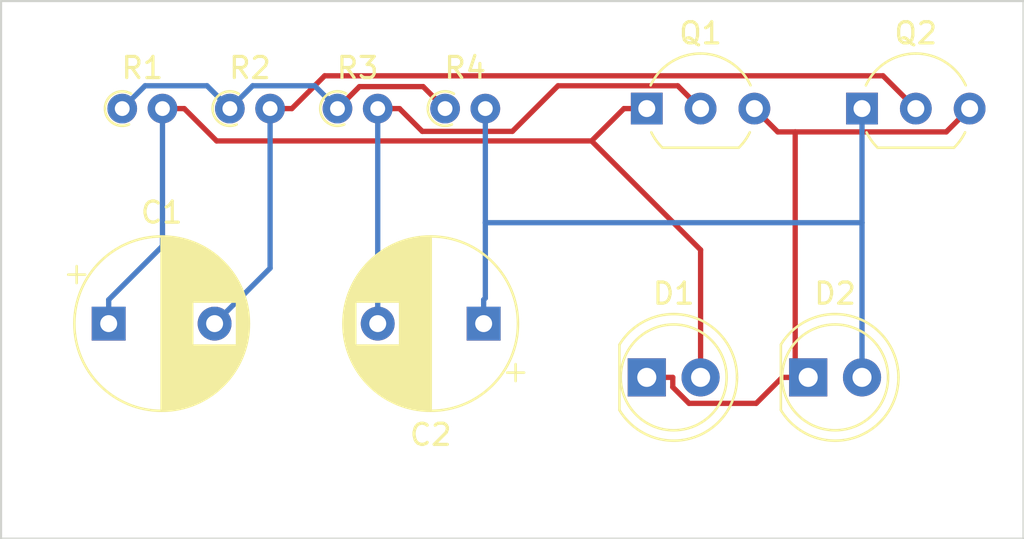
<source format=kicad_pcb>
(kicad_pcb (version 20221018) (generator pcbnew)
  (layers (0 "F.Cu" signal) (31 "B.Cu" signal) (34 "B.Paste" user) (35 "F.Paste" user) (36 "B.SilkS" user "B.Silkscreen") (37 "F.SilkS" user "F.Silkscreen") (38 "B.Mask" user) (39 "F.Mask" user) (44 "Edge.Cuts" user))
  (net 0 "")
  (net 1 "Net-(D1-A)")
  (net 2 "Net-(Q2-B)")
  (net 3 "Net-(D2-A)")
  (net 4 "Net-(Q1-B)")
  (net 5 "GND")
  (net 6 "VCC")
  (footprint "Package_TO_SOT_THT:TO-92_Inline_Wide" (layer "F.Cu") (at 172.72 83.82)
    (fp_text reference "Q1" (at 2.54 -3.56) (layer "F.SilkS"))
    (fp_text value "Q_NPN_CBE")
    (fp_line (start 0.74 1.85) (end 4.34 1.85) (stroke (width 0.12)) (layer "F.SilkS"))
    (fp_arc (start 0.1836 -1.098807) (mid 1.143021 -2.192817) (end 2.54 -2.6) (stroke (width 0.12)) (layer "F.SilkS"))
    (fp_arc (start 0.74 1.85) (mid 0.446097 1.509328) (end 0.215816 1.122795) (stroke (width 0.12)) (layer "F.SilkS"))
    (fp_arc (start 2.54 -2.6) (mid 3.936979 -2.192818) (end 4.8964 -1.098807) (stroke (width 0.12)) (layer "F.SilkS"))
    (fp_arc (start 4.864184 1.122795) (mid 4.633903 1.509328) (end 4.34 1.85) (stroke (width 0.12)) (layer "F.SilkS"))
    (pad "1" thru_hole rect (at 0 0) (size 1.5 1.5) (drill 0.8) (layers "*.Cu" "*.Mask") (net 1 "Net-(D1-A)"))
    (pad "2" thru_hole circle (at 2.54 0) (size 1.5 1.5) (drill 0.8) (layers "*.Cu" "*.Mask") (net 4 "Net-(Q1-B)"))
    (pad "3" thru_hole circle (at 5.08 0) (size 1.5 1.5) (drill 0.8) (layers "*.Cu" "*.Mask") (net 5 "GND"))
  )
  (footprint "LED_THT:LED_D5.0mm" (layer "F.Cu") (at 180.34 96.52)
    (fp_text reference "D2" (at 1.27 -3.96) (layer "F.SilkS"))
    (fp_text value "LED")
    (fp_line (start -1.29 -1.545) (end -1.29 1.545) (stroke (width 0.12)) (layer "F.SilkS"))
    (fp_arc (start -1.29 -1.54483) (mid 2.072002 -2.880433) (end 4.26 0.000462) (stroke (width 0.12)) (layer "F.SilkS"))
    (fp_arc (start 4.26 -0.000462) (mid 2.072002 2.880433) (end -1.29 1.54483) (stroke (width 0.12)) (layer "F.SilkS"))
    (fp_circle (center 1.27 0) (end 3.77 0) (stroke (width 0.12)) (fill none) (layer "F.SilkS"))
    (pad "1" thru_hole rect (at 0 0) (size 1.8 1.8) (drill 0.9) (layers "*.Cu" "*.Mask") (net 5 "GND"))
    (pad "2" thru_hole circle (at 2.54 0) (size 1.8 1.8) (drill 0.9) (layers "*.Cu" "*.Mask") (net 3 "Net-(D2-A)"))
  )
  (footprint "LED_THT:LED_D5.0mm" (layer "F.Cu") (at 172.72 96.52)
    (fp_text reference "D1" (at 1.27 -3.96) (layer "F.SilkS"))
    (fp_text value "LED")
    (fp_line (start -1.29 -1.545) (end -1.29 1.545) (stroke (width 0.12)) (layer "F.SilkS"))
    (fp_arc (start -1.29 -1.54483) (mid 2.072002 -2.880433) (end 4.26 0.000462) (stroke (width 0.12)) (layer "F.SilkS"))
    (fp_arc (start 4.26 -0.000462) (mid 2.072002 2.880433) (end -1.29 1.54483) (stroke (width 0.12)) (layer "F.SilkS"))
    (fp_circle (center 1.27 0) (end 3.77 0) (stroke (width 0.12)) (fill none) (layer "F.SilkS"))
    (pad "1" thru_hole rect (at 0 0) (size 1.8 1.8) (drill 0.9) (layers "*.Cu" "*.Mask") (net 5 "GND"))
    (pad "2" thru_hole circle (at 2.54 0) (size 1.8 1.8) (drill 0.9) (layers "*.Cu" "*.Mask") (net 1 "Net-(D1-A)"))
  )
  (footprint "Package_TO_SOT_THT:TO-92_Inline_Wide" (layer "F.Cu") (at 182.88 83.82)
    (fp_text reference "Q2" (at 2.54 -3.56) (layer "F.SilkS"))
    (fp_text value "Q_NPN_CBE")
    (fp_line (start 0.74 1.85) (end 4.34 1.85) (stroke (width 0.12)) (layer "F.SilkS"))
    (fp_arc (start 0.1836 -1.098807) (mid 1.143021 -2.192817) (end 2.54 -2.6) (stroke (width 0.12)) (layer "F.SilkS"))
    (fp_arc (start 0.74 1.85) (mid 0.446097 1.509328) (end 0.215816 1.122795) (stroke (width 0.12)) (layer "F.SilkS"))
    (fp_arc (start 2.54 -2.6) (mid 3.936979 -2.192818) (end 4.8964 -1.098807) (stroke (width 0.12)) (layer "F.SilkS"))
    (fp_arc (start 4.864184 1.122795) (mid 4.633903 1.509328) (end 4.34 1.85) (stroke (width 0.12)) (layer "F.SilkS"))
    (pad "1" thru_hole rect (at 0 0) (size 1.5 1.5) (drill 0.8) (layers "*.Cu" "*.Mask") (net 3 "Net-(D2-A)"))
    (pad "2" thru_hole circle (at 2.54 0) (size 1.5 1.5) (drill 0.8) (layers "*.Cu" "*.Mask") (net 2 "Net-(Q2-B)"))
    (pad "3" thru_hole circle (at 5.08 0) (size 1.5 1.5) (drill 0.8) (layers "*.Cu" "*.Mask") (net 5 "GND"))
  )
  (footprint "Capacitor_THT:CP_Radial_D8.0mm_P5.00mm" (layer "F.Cu") (at 165.02 93.98 180)
    (fp_text reference "C2" (at 2.5 -5.25) (layer "F.SilkS"))
    (fp_text value "100uF")
    (fp_line (start -1.909698 -2.315) (end -1.109698 -2.315) (stroke (width 0.12)) (layer "F.SilkS"))
    (fp_line (start -1.509698 -2.715) (end -1.509698 -1.915) (stroke (width 0.12)) (layer "F.SilkS"))
    (fp_line (start 2.5 -4.08) (end 2.5 4.08) (stroke (width 0.12)) (layer "F.SilkS"))
    (fp_line (start 2.54 -4.08) (end 2.54 4.08) (stroke (width 0.12)) (layer "F.SilkS"))
    (fp_line (start 2.58 -4.08) (end 2.58 4.08) (stroke (width 0.12)) (layer "F.SilkS"))
    (fp_line (start 2.62 -4.079) (end 2.62 4.079) (stroke (width 0.12)) (layer "F.SilkS"))
    (fp_line (start 2.66 -4.077) (end 2.66 4.077) (stroke (width 0.12)) (layer "F.SilkS"))
    (fp_line (start 2.7 -4.076) (end 2.7 4.076) (stroke (width 0.12)) (layer "F.SilkS"))
    (fp_line (start 2.74 -4.074) (end 2.74 4.074) (stroke (width 0.12)) (layer "F.SilkS"))
    (fp_line (start 2.78 -4.071) (end 2.78 4.071) (stroke (width 0.12)) (layer "F.SilkS"))
    (fp_line (start 2.82 -4.068) (end 2.82 4.068) (stroke (width 0.12)) (layer "F.SilkS"))
    (fp_line (start 2.86 -4.065) (end 2.86 4.065) (stroke (width 0.12)) (layer "F.SilkS"))
    (fp_line (start 2.9 -4.061) (end 2.9 4.061) (stroke (width 0.12)) (layer "F.SilkS"))
    (fp_line (start 2.94 -4.057) (end 2.94 4.057) (stroke (width 0.12)) (layer "F.SilkS"))
    (fp_line (start 2.98 -4.052) (end 2.98 4.052) (stroke (width 0.12)) (layer "F.SilkS"))
    (fp_line (start 3.02 -4.048) (end 3.02 4.048) (stroke (width 0.12)) (layer "F.SilkS"))
    (fp_line (start 3.06 -4.042) (end 3.06 4.042) (stroke (width 0.12)) (layer "F.SilkS"))
    (fp_line (start 3.1 -4.037) (end 3.1 4.037) (stroke (width 0.12)) (layer "F.SilkS"))
    (fp_line (start 3.14 -4.03) (end 3.14 4.03) (stroke (width 0.12)) (layer "F.SilkS"))
    (fp_line (start 3.18 -4.024) (end 3.18 4.024) (stroke (width 0.12)) (layer "F.SilkS"))
    (fp_line (start 3.221 -4.017) (end 3.221 4.017) (stroke (width 0.12)) (layer "F.SilkS"))
    (fp_line (start 3.261 -4.01) (end 3.261 4.01) (stroke (width 0.12)) (layer "F.SilkS"))
    (fp_line (start 3.301 -4.002) (end 3.301 4.002) (stroke (width 0.12)) (layer "F.SilkS"))
    (fp_line (start 3.341 -3.994) (end 3.341 3.994) (stroke (width 0.12)) (layer "F.SilkS"))
    (fp_line (start 3.381 -3.985) (end 3.381 3.985) (stroke (width 0.12)) (layer "F.SilkS"))
    (fp_line (start 3.421 -3.976) (end 3.421 3.976) (stroke (width 0.12)) (layer "F.SilkS"))
    (fp_line (start 3.461 -3.967) (end 3.461 3.967) (stroke (width 0.12)) (layer "F.SilkS"))
    (fp_line (start 3.501 -3.957) (end 3.501 3.957) (stroke (width 0.12)) (layer "F.SilkS"))
    (fp_line (start 3.541 -3.947) (end 3.541 3.947) (stroke (width 0.12)) (layer "F.SilkS"))
    (fp_line (start 3.581 -3.936) (end 3.581 3.936) (stroke (width 0.12)) (layer "F.SilkS"))
    (fp_line (start 3.621 -3.925) (end 3.621 3.925) (stroke (width 0.12)) (layer "F.SilkS"))
    (fp_line (start 3.661 -3.914) (end 3.661 3.914) (stroke (width 0.12)) (layer "F.SilkS"))
    (fp_line (start 3.701 -3.902) (end 3.701 3.902) (stroke (width 0.12)) (layer "F.SilkS"))
    (fp_line (start 3.741 -3.889) (end 3.741 3.889) (stroke (width 0.12)) (layer "F.SilkS"))
    (fp_line (start 3.781 -3.877) (end 3.781 3.877) (stroke (width 0.12)) (layer "F.SilkS"))
    (fp_line (start 3.821 -3.863) (end 3.821 3.863) (stroke (width 0.12)) (layer "F.SilkS"))
    (fp_line (start 3.861 -3.85) (end 3.861 3.85) (stroke (width 0.12)) (layer "F.SilkS"))
    (fp_line (start 3.901 -3.835) (end 3.901 3.835) (stroke (width 0.12)) (layer "F.SilkS"))
    (fp_line (start 3.941 -3.821) (end 3.941 3.821) (stroke (width 0.12)) (layer "F.SilkS"))
    (fp_line (start 3.981 -3.805) (end 3.981 -1.04) (stroke (width 0.12)) (layer "F.SilkS"))
    (fp_line (start 3.981 1.04) (end 3.981 3.805) (stroke (width 0.12)) (layer "F.SilkS"))
    (fp_line (start 4.021 -3.79) (end 4.021 -1.04) (stroke (width 0.12)) (layer "F.SilkS"))
    (fp_line (start 4.021 1.04) (end 4.021 3.79) (stroke (width 0.12)) (layer "F.SilkS"))
    (fp_line (start 4.061 -3.774) (end 4.061 -1.04) (stroke (width 0.12)) (layer "F.SilkS"))
    (fp_line (start 4.061 1.04) (end 4.061 3.774) (stroke (width 0.12)) (layer "F.SilkS"))
    (fp_line (start 4.101 -3.757) (end 4.101 -1.04) (stroke (width 0.12)) (layer "F.SilkS"))
    (fp_line (start 4.101 1.04) (end 4.101 3.757) (stroke (width 0.12)) (layer "F.SilkS"))
    (fp_line (start 4.141 -3.74) (end 4.141 -1.04) (stroke (width 0.12)) (layer "F.SilkS"))
    (fp_line (start 4.141 1.04) (end 4.141 3.74) (stroke (width 0.12)) (layer "F.SilkS"))
    (fp_line (start 4.181 -3.722) (end 4.181 -1.04) (stroke (width 0.12)) (layer "F.SilkS"))
    (fp_line (start 4.181 1.04) (end 4.181 3.722) (stroke (width 0.12)) (layer "F.SilkS"))
    (fp_line (start 4.221 -3.704) (end 4.221 -1.04) (stroke (width 0.12)) (layer "F.SilkS"))
    (fp_line (start 4.221 1.04) (end 4.221 3.704) (stroke (width 0.12)) (layer "F.SilkS"))
    (fp_line (start 4.261 -3.686) (end 4.261 -1.04) (stroke (width 0.12)) (layer "F.SilkS"))
    (fp_line (start 4.261 1.04) (end 4.261 3.686) (stroke (width 0.12)) (layer "F.SilkS"))
    (fp_line (start 4.301 -3.666) (end 4.301 -1.04) (stroke (width 0.12)) (layer "F.SilkS"))
    (fp_line (start 4.301 1.04) (end 4.301 3.666) (stroke (width 0.12)) (layer "F.SilkS"))
    (fp_line (start 4.341 -3.647) (end 4.341 -1.04) (stroke (width 0.12)) (layer "F.SilkS"))
    (fp_line (start 4.341 1.04) (end 4.341 3.647) (stroke (width 0.12)) (layer "F.SilkS"))
    (fp_line (start 4.381 -3.627) (end 4.381 -1.04) (stroke (width 0.12)) (layer "F.SilkS"))
    (fp_line (start 4.381 1.04) (end 4.381 3.627) (stroke (width 0.12)) (layer "F.SilkS"))
    (fp_line (start 4.421 -3.606) (end 4.421 -1.04) (stroke (width 0.12)) (layer "F.SilkS"))
    (fp_line (start 4.421 1.04) (end 4.421 3.606) (stroke (width 0.12)) (layer "F.SilkS"))
    (fp_line (start 4.461 -3.584) (end 4.461 -1.04) (stroke (width 0.12)) (layer "F.SilkS"))
    (fp_line (start 4.461 1.04) (end 4.461 3.584) (stroke (width 0.12)) (layer "F.SilkS"))
    (fp_line (start 4.501 -3.562) (end 4.501 -1.04) (stroke (width 0.12)) (layer "F.SilkS"))
    (fp_line (start 4.501 1.04) (end 4.501 3.562) (stroke (width 0.12)) (layer "F.SilkS"))
    (fp_line (start 4.541 -3.54) (end 4.541 -1.04) (stroke (width 0.12)) (layer "F.SilkS"))
    (fp_line (start 4.541 1.04) (end 4.541 3.54) (stroke (width 0.12)) (layer "F.SilkS"))
    (fp_line (start 4.581 -3.517) (end 4.581 -1.04) (stroke (width 0.12)) (layer "F.SilkS"))
    (fp_line (start 4.581 1.04) (end 4.581 3.517) (stroke (width 0.12)) (layer "F.SilkS"))
    (fp_line (start 4.621 -3.493) (end 4.621 -1.04) (stroke (width 0.12)) (layer "F.SilkS"))
    (fp_line (start 4.621 1.04) (end 4.621 3.493) (stroke (width 0.12)) (layer "F.SilkS"))
    (fp_line (start 4.661 -3.469) (end 4.661 -1.04) (stroke (width 0.12)) (layer "F.SilkS"))
    (fp_line (start 4.661 1.04) (end 4.661 3.469) (stroke (width 0.12)) (layer "F.SilkS"))
    (fp_line (start 4.701 -3.444) (end 4.701 -1.04) (stroke (width 0.12)) (layer "F.SilkS"))
    (fp_line (start 4.701 1.04) (end 4.701 3.444) (stroke (width 0.12)) (layer "F.SilkS"))
    (fp_line (start 4.741 -3.418) (end 4.741 -1.04) (stroke (width 0.12)) (layer "F.SilkS"))
    (fp_line (start 4.741 1.04) (end 4.741 3.418) (stroke (width 0.12)) (layer "F.SilkS"))
    (fp_line (start 4.781 -3.392) (end 4.781 -1.04) (stroke (width 0.12)) (layer "F.SilkS"))
    (fp_line (start 4.781 1.04) (end 4.781 3.392) (stroke (width 0.12)) (layer "F.SilkS"))
    (fp_line (start 4.821 -3.365) (end 4.821 -1.04) (stroke (width 0.12)) (layer "F.SilkS"))
    (fp_line (start 4.821 1.04) (end 4.821 3.365) (stroke (width 0.12)) (layer "F.SilkS"))
    (fp_line (start 4.861 -3.338) (end 4.861 -1.04) (stroke (width 0.12)) (layer "F.SilkS"))
    (fp_line (start 4.861 1.04) (end 4.861 3.338) (stroke (width 0.12)) (layer "F.SilkS"))
    (fp_line (start 4.901 -3.309) (end 4.901 -1.04) (stroke (width 0.12)) (layer "F.SilkS"))
    (fp_line (start 4.901 1.04) (end 4.901 3.309) (stroke (width 0.12)) (layer "F.SilkS"))
    (fp_line (start 4.941 -3.28) (end 4.941 -1.04) (stroke (width 0.12)) (layer "F.SilkS"))
    (fp_line (start 4.941 1.04) (end 4.941 3.28) (stroke (width 0.12)) (layer "F.SilkS"))
    (fp_line (start 4.981 -3.25) (end 4.981 -1.04) (stroke (width 0.12)) (layer "F.SilkS"))
    (fp_line (start 4.981 1.04) (end 4.981 3.25) (stroke (width 0.12)) (layer "F.SilkS"))
    (fp_line (start 5.021 -3.22) (end 5.021 -1.04) (stroke (width 0.12)) (layer "F.SilkS"))
    (fp_line (start 5.021 1.04) (end 5.021 3.22) (stroke (width 0.12)) (layer "F.SilkS"))
    (fp_line (start 5.061 -3.189) (end 5.061 -1.04) (stroke (width 0.12)) (layer "F.SilkS"))
    (fp_line (start 5.061 1.04) (end 5.061 3.189) (stroke (width 0.12)) (layer "F.SilkS"))
    (fp_line (start 5.101 -3.156) (end 5.101 -1.04) (stroke (width 0.12)) (layer "F.SilkS"))
    (fp_line (start 5.101 1.04) (end 5.101 3.156) (stroke (width 0.12)) (layer "F.SilkS"))
    (fp_line (start 5.141 -3.124) (end 5.141 -1.04) (stroke (width 0.12)) (layer "F.SilkS"))
    (fp_line (start 5.141 1.04) (end 5.141 3.124) (stroke (width 0.12)) (layer "F.SilkS"))
    (fp_line (start 5.181 -3.09) (end 5.181 -1.04) (stroke (width 0.12)) (layer "F.SilkS"))
    (fp_line (start 5.181 1.04) (end 5.181 3.09) (stroke (width 0.12)) (layer "F.SilkS"))
    (fp_line (start 5.221 -3.055) (end 5.221 -1.04) (stroke (width 0.12)) (layer "F.SilkS"))
    (fp_line (start 5.221 1.04) (end 5.221 3.055) (stroke (width 0.12)) (layer "F.SilkS"))
    (fp_line (start 5.261 -3.019) (end 5.261 -1.04) (stroke (width 0.12)) (layer "F.SilkS"))
    (fp_line (start 5.261 1.04) (end 5.261 3.019) (stroke (width 0.12)) (layer "F.SilkS"))
    (fp_line (start 5.301 -2.983) (end 5.301 -1.04) (stroke (width 0.12)) (layer "F.SilkS"))
    (fp_line (start 5.301 1.04) (end 5.301 2.983) (stroke (width 0.12)) (layer "F.SilkS"))
    (fp_line (start 5.341 -2.945) (end 5.341 -1.04) (stroke (width 0.12)) (layer "F.SilkS"))
    (fp_line (start 5.341 1.04) (end 5.341 2.945) (stroke (width 0.12)) (layer "F.SilkS"))
    (fp_line (start 5.381 -2.907) (end 5.381 -1.04) (stroke (width 0.12)) (layer "F.SilkS"))
    (fp_line (start 5.381 1.04) (end 5.381 2.907) (stroke (width 0.12)) (layer "F.SilkS"))
    (fp_line (start 5.421 -2.867) (end 5.421 -1.04) (stroke (width 0.12)) (layer "F.SilkS"))
    (fp_line (start 5.421 1.04) (end 5.421 2.867) (stroke (width 0.12)) (layer "F.SilkS"))
    (fp_line (start 5.461 -2.826) (end 5.461 -1.04) (stroke (width 0.12)) (layer "F.SilkS"))
    (fp_line (start 5.461 1.04) (end 5.461 2.826) (stroke (width 0.12)) (layer "F.SilkS"))
    (fp_line (start 5.501 -2.784) (end 5.501 -1.04) (stroke (width 0.12)) (layer "F.SilkS"))
    (fp_line (start 5.501 1.04) (end 5.501 2.784) (stroke (width 0.12)) (layer "F.SilkS"))
    (fp_line (start 5.541 -2.741) (end 5.541 -1.04) (stroke (width 0.12)) (layer "F.SilkS"))
    (fp_line (start 5.541 1.04) (end 5.541 2.741) (stroke (width 0.12)) (layer "F.SilkS"))
    (fp_line (start 5.581 -2.697) (end 5.581 -1.04) (stroke (width 0.12)) (layer "F.SilkS"))
    (fp_line (start 5.581 1.04) (end 5.581 2.697) (stroke (width 0.12)) (layer "F.SilkS"))
    (fp_line (start 5.621 -2.651) (end 5.621 -1.04) (stroke (width 0.12)) (layer "F.SilkS"))
    (fp_line (start 5.621 1.04) (end 5.621 2.651) (stroke (width 0.12)) (layer "F.SilkS"))
    (fp_line (start 5.661 -2.604) (end 5.661 -1.04) (stroke (width 0.12)) (layer "F.SilkS"))
    (fp_line (start 5.661 1.04) (end 5.661 2.604) (stroke (width 0.12)) (layer "F.SilkS"))
    (fp_line (start 5.701 -2.556) (end 5.701 -1.04) (stroke (width 0.12)) (layer "F.SilkS"))
    (fp_line (start 5.701 1.04) (end 5.701 2.556) (stroke (width 0.12)) (layer "F.SilkS"))
    (fp_line (start 5.741 -2.505) (end 5.741 -1.04) (stroke (width 0.12)) (layer "F.SilkS"))
    (fp_line (start 5.741 1.04) (end 5.741 2.505) (stroke (width 0.12)) (layer "F.SilkS"))
    (fp_line (start 5.781 -2.454) (end 5.781 -1.04) (stroke (width 0.12)) (layer "F.SilkS"))
    (fp_line (start 5.781 1.04) (end 5.781 2.454) (stroke (width 0.12)) (layer "F.SilkS"))
    (fp_line (start 5.821 -2.4) (end 5.821 -1.04) (stroke (width 0.12)) (layer "F.SilkS"))
    (fp_line (start 5.821 1.04) (end 5.821 2.4) (stroke (width 0.12)) (layer "F.SilkS"))
    (fp_line (start 5.861 -2.345) (end 5.861 -1.04) (stroke (width 0.12)) (layer "F.SilkS"))
    (fp_line (start 5.861 1.04) (end 5.861 2.345) (stroke (width 0.12)) (layer "F.SilkS"))
    (fp_line (start 5.901 -2.287) (end 5.901 -1.04) (stroke (width 0.12)) (layer "F.SilkS"))
    (fp_line (start 5.901 1.04) (end 5.901 2.287) (stroke (width 0.12)) (layer "F.SilkS"))
    (fp_line (start 5.941 -2.228) (end 5.941 -1.04) (stroke (width 0.12)) (layer "F.SilkS"))
    (fp_line (start 5.941 1.04) (end 5.941 2.228) (stroke (width 0.12)) (layer "F.SilkS"))
    (fp_line (start 5.981 -2.166) (end 5.981 -1.04) (stroke (width 0.12)) (layer "F.SilkS"))
    (fp_line (start 5.981 1.04) (end 5.981 2.166) (stroke (width 0.12)) (layer "F.SilkS"))
    (fp_line (start 6.021 -2.102) (end 6.021 -1.04) (stroke (width 0.12)) (layer "F.SilkS"))
    (fp_line (start 6.021 1.04) (end 6.021 2.102) (stroke (width 0.12)) (layer "F.SilkS"))
    (fp_line (start 6.061 -2.034) (end 6.061 2.034) (stroke (width 0.12)) (layer "F.SilkS"))
    (fp_line (start 6.101 -1.964) (end 6.101 1.964) (stroke (width 0.12)) (layer "F.SilkS"))
    (fp_line (start 6.141 -1.89) (end 6.141 1.89) (stroke (width 0.12)) (layer "F.SilkS"))
    (fp_line (start 6.181 -1.813) (end 6.181 1.813) (stroke (width 0.12)) (layer "F.SilkS"))
    (fp_line (start 6.221 -1.731) (end 6.221 1.731) (stroke (width 0.12)) (layer "F.SilkS"))
    (fp_line (start 6.261 -1.645) (end 6.261 1.645) (stroke (width 0.12)) (layer "F.SilkS"))
    (fp_line (start 6.301 -1.552) (end 6.301 1.552) (stroke (width 0.12)) (layer "F.SilkS"))
    (fp_line (start 6.341 -1.453) (end 6.341 1.453) (stroke (width 0.12)) (layer "F.SilkS"))
    (fp_line (start 6.381 -1.346) (end 6.381 1.346) (stroke (width 0.12)) (layer "F.SilkS"))
    (fp_line (start 6.421 -1.229) (end 6.421 1.229) (stroke (width 0.12)) (layer "F.SilkS"))
    (fp_line (start 6.461 -1.098) (end 6.461 1.098) (stroke (width 0.12)) (layer "F.SilkS"))
    (fp_line (start 6.501 -0.948) (end 6.501 0.948) (stroke (width 0.12)) (layer "F.SilkS"))
    (fp_line (start 6.541 -0.768) (end 6.541 0.768) (stroke (width 0.12)) (layer "F.SilkS"))
    (fp_line (start 6.581 -0.533) (end 6.581 0.533) (stroke (width 0.12)) (layer "F.SilkS"))
    (fp_circle (center 2.5 0) (end 6.62 0) (stroke (width 0.12)) (fill none) (layer "F.SilkS"))
    (pad "1" thru_hole rect (at 0 0 180) (size 1.6 1.6) (drill 0.8) (layers "*.Cu" "*.Mask") (net 3 "Net-(D2-A)"))
    (pad "2" thru_hole circle (at 5 0 180) (size 1.6 1.6) (drill 0.8) (layers "*.Cu" "*.Mask") (net 4 "Net-(Q1-B)"))
  )
  (footprint "Capacitor_THT:CP_Radial_D8.0mm_P5.00mm" (layer "F.Cu") (at 147.32 93.98)
    (fp_text reference "C1" (at 2.5 -5.25) (layer "F.SilkS"))
    (fp_text value "c=100u")
    (fp_line (start -1.909698 -2.315) (end -1.109698 -2.315) (stroke (width 0.12)) (layer "F.SilkS"))
    (fp_line (start -1.509698 -2.715) (end -1.509698 -1.915) (stroke (width 0.12)) (layer "F.SilkS"))
    (fp_line (start 2.5 -4.08) (end 2.5 4.08) (stroke (width 0.12)) (layer "F.SilkS"))
    (fp_line (start 2.54 -4.08) (end 2.54 4.08) (stroke (width 0.12)) (layer "F.SilkS"))
    (fp_line (start 2.58 -4.08) (end 2.58 4.08) (stroke (width 0.12)) (layer "F.SilkS"))
    (fp_line (start 2.62 -4.079) (end 2.62 4.079) (stroke (width 0.12)) (layer "F.SilkS"))
    (fp_line (start 2.66 -4.077) (end 2.66 4.077) (stroke (width 0.12)) (layer "F.SilkS"))
    (fp_line (start 2.7 -4.076) (end 2.7 4.076) (stroke (width 0.12)) (layer "F.SilkS"))
    (fp_line (start 2.74 -4.074) (end 2.74 4.074) (stroke (width 0.12)) (layer "F.SilkS"))
    (fp_line (start 2.78 -4.071) (end 2.78 4.071) (stroke (width 0.12)) (layer "F.SilkS"))
    (fp_line (start 2.82 -4.068) (end 2.82 4.068) (stroke (width 0.12)) (layer "F.SilkS"))
    (fp_line (start 2.86 -4.065) (end 2.86 4.065) (stroke (width 0.12)) (layer "F.SilkS"))
    (fp_line (start 2.9 -4.061) (end 2.9 4.061) (stroke (width 0.12)) (layer "F.SilkS"))
    (fp_line (start 2.94 -4.057) (end 2.94 4.057) (stroke (width 0.12)) (layer "F.SilkS"))
    (fp_line (start 2.98 -4.052) (end 2.98 4.052) (stroke (width 0.12)) (layer "F.SilkS"))
    (fp_line (start 3.02 -4.048) (end 3.02 4.048) (stroke (width 0.12)) (layer "F.SilkS"))
    (fp_line (start 3.06 -4.042) (end 3.06 4.042) (stroke (width 0.12)) (layer "F.SilkS"))
    (fp_line (start 3.1 -4.037) (end 3.1 4.037) (stroke (width 0.12)) (layer "F.SilkS"))
    (fp_line (start 3.14 -4.03) (end 3.14 4.03) (stroke (width 0.12)) (layer "F.SilkS"))
    (fp_line (start 3.18 -4.024) (end 3.18 4.024) (stroke (width 0.12)) (layer "F.SilkS"))
    (fp_line (start 3.221 -4.017) (end 3.221 4.017) (stroke (width 0.12)) (layer "F.SilkS"))
    (fp_line (start 3.261 -4.01) (end 3.261 4.01) (stroke (width 0.12)) (layer "F.SilkS"))
    (fp_line (start 3.301 -4.002) (end 3.301 4.002) (stroke (width 0.12)) (layer "F.SilkS"))
    (fp_line (start 3.341 -3.994) (end 3.341 3.994) (stroke (width 0.12)) (layer "F.SilkS"))
    (fp_line (start 3.381 -3.985) (end 3.381 3.985) (stroke (width 0.12)) (layer "F.SilkS"))
    (fp_line (start 3.421 -3.976) (end 3.421 3.976) (stroke (width 0.12)) (layer "F.SilkS"))
    (fp_line (start 3.461 -3.967) (end 3.461 3.967) (stroke (width 0.12)) (layer "F.SilkS"))
    (fp_line (start 3.501 -3.957) (end 3.501 3.957) (stroke (width 0.12)) (layer "F.SilkS"))
    (fp_line (start 3.541 -3.947) (end 3.541 3.947) (stroke (width 0.12)) (layer "F.SilkS"))
    (fp_line (start 3.581 -3.936) (end 3.581 3.936) (stroke (width 0.12)) (layer "F.SilkS"))
    (fp_line (start 3.621 -3.925) (end 3.621 3.925) (stroke (width 0.12)) (layer "F.SilkS"))
    (fp_line (start 3.661 -3.914) (end 3.661 3.914) (stroke (width 0.12)) (layer "F.SilkS"))
    (fp_line (start 3.701 -3.902) (end 3.701 3.902) (stroke (width 0.12)) (layer "F.SilkS"))
    (fp_line (start 3.741 -3.889) (end 3.741 3.889) (stroke (width 0.12)) (layer "F.SilkS"))
    (fp_line (start 3.781 -3.877) (end 3.781 3.877) (stroke (width 0.12)) (layer "F.SilkS"))
    (fp_line (start 3.821 -3.863) (end 3.821 3.863) (stroke (width 0.12)) (layer "F.SilkS"))
    (fp_line (start 3.861 -3.85) (end 3.861 3.85) (stroke (width 0.12)) (layer "F.SilkS"))
    (fp_line (start 3.901 -3.835) (end 3.901 3.835) (stroke (width 0.12)) (layer "F.SilkS"))
    (fp_line (start 3.941 -3.821) (end 3.941 3.821) (stroke (width 0.12)) (layer "F.SilkS"))
    (fp_line (start 3.981 -3.805) (end 3.981 -1.04) (stroke (width 0.12)) (layer "F.SilkS"))
    (fp_line (start 3.981 1.04) (end 3.981 3.805) (stroke (width 0.12)) (layer "F.SilkS"))
    (fp_line (start 4.021 -3.79) (end 4.021 -1.04) (stroke (width 0.12)) (layer "F.SilkS"))
    (fp_line (start 4.021 1.04) (end 4.021 3.79) (stroke (width 0.12)) (layer "F.SilkS"))
    (fp_line (start 4.061 -3.774) (end 4.061 -1.04) (stroke (width 0.12)) (layer "F.SilkS"))
    (fp_line (start 4.061 1.04) (end 4.061 3.774) (stroke (width 0.12)) (layer "F.SilkS"))
    (fp_line (start 4.101 -3.757) (end 4.101 -1.04) (stroke (width 0.12)) (layer "F.SilkS"))
    (fp_line (start 4.101 1.04) (end 4.101 3.757) (stroke (width 0.12)) (layer "F.SilkS"))
    (fp_line (start 4.141 -3.74) (end 4.141 -1.04) (stroke (width 0.12)) (layer "F.SilkS"))
    (fp_line (start 4.141 1.04) (end 4.141 3.74) (stroke (width 0.12)) (layer "F.SilkS"))
    (fp_line (start 4.181 -3.722) (end 4.181 -1.04) (stroke (width 0.12)) (layer "F.SilkS"))
    (fp_line (start 4.181 1.04) (end 4.181 3.722) (stroke (width 0.12)) (layer "F.SilkS"))
    (fp_line (start 4.221 -3.704) (end 4.221 -1.04) (stroke (width 0.12)) (layer "F.SilkS"))
    (fp_line (start 4.221 1.04) (end 4.221 3.704) (stroke (width 0.12)) (layer "F.SilkS"))
    (fp_line (start 4.261 -3.686) (end 4.261 -1.04) (stroke (width 0.12)) (layer "F.SilkS"))
    (fp_line (start 4.261 1.04) (end 4.261 3.686) (stroke (width 0.12)) (layer "F.SilkS"))
    (fp_line (start 4.301 -3.666) (end 4.301 -1.04) (stroke (width 0.12)) (layer "F.SilkS"))
    (fp_line (start 4.301 1.04) (end 4.301 3.666) (stroke (width 0.12)) (layer "F.SilkS"))
    (fp_line (start 4.341 -3.647) (end 4.341 -1.04) (stroke (width 0.12)) (layer "F.SilkS"))
    (fp_line (start 4.341 1.04) (end 4.341 3.647) (stroke (width 0.12)) (layer "F.SilkS"))
    (fp_line (start 4.381 -3.627) (end 4.381 -1.04) (stroke (width 0.12)) (layer "F.SilkS"))
    (fp_line (start 4.381 1.04) (end 4.381 3.627) (stroke (width 0.12)) (layer "F.SilkS"))
    (fp_line (start 4.421 -3.606) (end 4.421 -1.04) (stroke (width 0.12)) (layer "F.SilkS"))
    (fp_line (start 4.421 1.04) (end 4.421 3.606) (stroke (width 0.12)) (layer "F.SilkS"))
    (fp_line (start 4.461 -3.584) (end 4.461 -1.04) (stroke (width 0.12)) (layer "F.SilkS"))
    (fp_line (start 4.461 1.04) (end 4.461 3.584) (stroke (width 0.12)) (layer "F.SilkS"))
    (fp_line (start 4.501 -3.562) (end 4.501 -1.04) (stroke (width 0.12)) (layer "F.SilkS"))
    (fp_line (start 4.501 1.04) (end 4.501 3.562) (stroke (width 0.12)) (layer "F.SilkS"))
    (fp_line (start 4.541 -3.54) (end 4.541 -1.04) (stroke (width 0.12)) (layer "F.SilkS"))
    (fp_line (start 4.541 1.04) (end 4.541 3.54) (stroke (width 0.12)) (layer "F.SilkS"))
    (fp_line (start 4.581 -3.517) (end 4.581 -1.04) (stroke (width 0.12)) (layer "F.SilkS"))
    (fp_line (start 4.581 1.04) (end 4.581 3.517) (stroke (width 0.12)) (layer "F.SilkS"))
    (fp_line (start 4.621 -3.493) (end 4.621 -1.04) (stroke (width 0.12)) (layer "F.SilkS"))
    (fp_line (start 4.621 1.04) (end 4.621 3.493) (stroke (width 0.12)) (layer "F.SilkS"))
    (fp_line (start 4.661 -3.469) (end 4.661 -1.04) (stroke (width 0.12)) (layer "F.SilkS"))
    (fp_line (start 4.661 1.04) (end 4.661 3.469) (stroke (width 0.12)) (layer "F.SilkS"))
    (fp_line (start 4.701 -3.444) (end 4.701 -1.04) (stroke (width 0.12)) (layer "F.SilkS"))
    (fp_line (start 4.701 1.04) (end 4.701 3.444) (stroke (width 0.12)) (layer "F.SilkS"))
    (fp_line (start 4.741 -3.418) (end 4.741 -1.04) (stroke (width 0.12)) (layer "F.SilkS"))
    (fp_line (start 4.741 1.04) (end 4.741 3.418) (stroke (width 0.12)) (layer "F.SilkS"))
    (fp_line (start 4.781 -3.392) (end 4.781 -1.04) (stroke (width 0.12)) (layer "F.SilkS"))
    (fp_line (start 4.781 1.04) (end 4.781 3.392) (stroke (width 0.12)) (layer "F.SilkS"))
    (fp_line (start 4.821 -3.365) (end 4.821 -1.04) (stroke (width 0.12)) (layer "F.SilkS"))
    (fp_line (start 4.821 1.04) (end 4.821 3.365) (stroke (width 0.12)) (layer "F.SilkS"))
    (fp_line (start 4.861 -3.338) (end 4.861 -1.04) (stroke (width 0.12)) (layer "F.SilkS"))
    (fp_line (start 4.861 1.04) (end 4.861 3.338) (stroke (width 0.12)) (layer "F.SilkS"))
    (fp_line (start 4.901 -3.309) (end 4.901 -1.04) (stroke (width 0.12)) (layer "F.SilkS"))
    (fp_line (start 4.901 1.04) (end 4.901 3.309) (stroke (width 0.12)) (layer "F.SilkS"))
    (fp_line (start 4.941 -3.28) (end 4.941 -1.04) (stroke (width 0.12)) (layer "F.SilkS"))
    (fp_line (start 4.941 1.04) (end 4.941 3.28) (stroke (width 0.12)) (layer "F.SilkS"))
    (fp_line (start 4.981 -3.25) (end 4.981 -1.04) (stroke (width 0.12)) (layer "F.SilkS"))
    (fp_line (start 4.981 1.04) (end 4.981 3.25) (stroke (width 0.12)) (layer "F.SilkS"))
    (fp_line (start 5.021 -3.22) (end 5.021 -1.04) (stroke (width 0.12)) (layer "F.SilkS"))
    (fp_line (start 5.021 1.04) (end 5.021 3.22) (stroke (width 0.12)) (layer "F.SilkS"))
    (fp_line (start 5.061 -3.189) (end 5.061 -1.04) (stroke (width 0.12)) (layer "F.SilkS"))
    (fp_line (start 5.061 1.04) (end 5.061 3.189) (stroke (width 0.12)) (layer "F.SilkS"))
    (fp_line (start 5.101 -3.156) (end 5.101 -1.04) (stroke (width 0.12)) (layer "F.SilkS"))
    (fp_line (start 5.101 1.04) (end 5.101 3.156) (stroke (width 0.12)) (layer "F.SilkS"))
    (fp_line (start 5.141 -3.124) (end 5.141 -1.04) (stroke (width 0.12)) (layer "F.SilkS"))
    (fp_line (start 5.141 1.04) (end 5.141 3.124) (stroke (width 0.12)) (layer "F.SilkS"))
    (fp_line (start 5.181 -3.09) (end 5.181 -1.04) (stroke (width 0.12)) (layer "F.SilkS"))
    (fp_line (start 5.181 1.04) (end 5.181 3.09) (stroke (width 0.12)) (layer "F.SilkS"))
    (fp_line (start 5.221 -3.055) (end 5.221 -1.04) (stroke (width 0.12)) (layer "F.SilkS"))
    (fp_line (start 5.221 1.04) (end 5.221 3.055) (stroke (width 0.12)) (layer "F.SilkS"))
    (fp_line (start 5.261 -3.019) (end 5.261 -1.04) (stroke (width 0.12)) (layer "F.SilkS"))
    (fp_line (start 5.261 1.04) (end 5.261 3.019) (stroke (width 0.12)) (layer "F.SilkS"))
    (fp_line (start 5.301 -2.983) (end 5.301 -1.04) (stroke (width 0.12)) (layer "F.SilkS"))
    (fp_line (start 5.301 1.04) (end 5.301 2.983) (stroke (width 0.12)) (layer "F.SilkS"))
    (fp_line (start 5.341 -2.945) (end 5.341 -1.04) (stroke (width 0.12)) (layer "F.SilkS"))
    (fp_line (start 5.341 1.04) (end 5.341 2.945) (stroke (width 0.12)) (layer "F.SilkS"))
    (fp_line (start 5.381 -2.907) (end 5.381 -1.04) (stroke (width 0.12)) (layer "F.SilkS"))
    (fp_line (start 5.381 1.04) (end 5.381 2.907) (stroke (width 0.12)) (layer "F.SilkS"))
    (fp_line (start 5.421 -2.867) (end 5.421 -1.04) (stroke (width 0.12)) (layer "F.SilkS"))
    (fp_line (start 5.421 1.04) (end 5.421 2.867) (stroke (width 0.12)) (layer "F.SilkS"))
    (fp_line (start 5.461 -2.826) (end 5.461 -1.04) (stroke (width 0.12)) (layer "F.SilkS"))
    (fp_line (start 5.461 1.04) (end 5.461 2.826) (stroke (width 0.12)) (layer "F.SilkS"))
    (fp_line (start 5.501 -2.784) (end 5.501 -1.04) (stroke (width 0.12)) (layer "F.SilkS"))
    (fp_line (start 5.501 1.04) (end 5.501 2.784) (stroke (width 0.12)) (layer "F.SilkS"))
    (fp_line (start 5.541 -2.741) (end 5.541 -1.04) (stroke (width 0.12)) (layer "F.SilkS"))
    (fp_line (start 5.541 1.04) (end 5.541 2.741) (stroke (width 0.12)) (layer "F.SilkS"))
    (fp_line (start 5.581 -2.697) (end 5.581 -1.04) (stroke (width 0.12)) (layer "F.SilkS"))
    (fp_line (start 5.581 1.04) (end 5.581 2.697) (stroke (width 0.12)) (layer "F.SilkS"))
    (fp_line (start 5.621 -2.651) (end 5.621 -1.04) (stroke (width 0.12)) (layer "F.SilkS"))
    (fp_line (start 5.621 1.04) (end 5.621 2.651) (stroke (width 0.12)) (layer "F.SilkS"))
    (fp_line (start 5.661 -2.604) (end 5.661 -1.04) (stroke (width 0.12)) (layer "F.SilkS"))
    (fp_line (start 5.661 1.04) (end 5.661 2.604) (stroke (width 0.12)) (layer "F.SilkS"))
    (fp_line (start 5.701 -2.556) (end 5.701 -1.04) (stroke (width 0.12)) (layer "F.SilkS"))
    (fp_line (start 5.701 1.04) (end 5.701 2.556) (stroke (width 0.12)) (layer "F.SilkS"))
    (fp_line (start 5.741 -2.505) (end 5.741 -1.04) (stroke (width 0.12)) (layer "F.SilkS"))
    (fp_line (start 5.741 1.04) (end 5.741 2.505) (stroke (width 0.12)) (layer "F.SilkS"))
    (fp_line (start 5.781 -2.454) (end 5.781 -1.04) (stroke (width 0.12)) (layer "F.SilkS"))
    (fp_line (start 5.781 1.04) (end 5.781 2.454) (stroke (width 0.12)) (layer "F.SilkS"))
    (fp_line (start 5.821 -2.4) (end 5.821 -1.04) (stroke (width 0.12)) (layer "F.SilkS"))
    (fp_line (start 5.821 1.04) (end 5.821 2.4) (stroke (width 0.12)) (layer "F.SilkS"))
    (fp_line (start 5.861 -2.345) (end 5.861 -1.04) (stroke (width 0.12)) (layer "F.SilkS"))
    (fp_line (start 5.861 1.04) (end 5.861 2.345) (stroke (width 0.12)) (layer "F.SilkS"))
    (fp_line (start 5.901 -2.287) (end 5.901 -1.04) (stroke (width 0.12)) (layer "F.SilkS"))
    (fp_line (start 5.901 1.04) (end 5.901 2.287) (stroke (width 0.12)) (layer "F.SilkS"))
    (fp_line (start 5.941 -2.228) (end 5.941 -1.04) (stroke (width 0.12)) (layer "F.SilkS"))
    (fp_line (start 5.941 1.04) (end 5.941 2.228) (stroke (width 0.12)) (layer "F.SilkS"))
    (fp_line (start 5.981 -2.166) (end 5.981 -1.04) (stroke (width 0.12)) (layer "F.SilkS"))
    (fp_line (start 5.981 1.04) (end 5.981 2.166) (stroke (width 0.12)) (layer "F.SilkS"))
    (fp_line (start 6.021 -2.102) (end 6.021 -1.04) (stroke (width 0.12)) (layer "F.SilkS"))
    (fp_line (start 6.021 1.04) (end 6.021 2.102) (stroke (width 0.12)) (layer "F.SilkS"))
    (fp_line (start 6.061 -2.034) (end 6.061 2.034) (stroke (width 0.12)) (layer "F.SilkS"))
    (fp_line (start 6.101 -1.964) (end 6.101 1.964) (stroke (width 0.12)) (layer "F.SilkS"))
    (fp_line (start 6.141 -1.89) (end 6.141 1.89) (stroke (width 0.12)) (layer "F.SilkS"))
    (fp_line (start 6.181 -1.813) (end 6.181 1.813) (stroke (width 0.12)) (layer "F.SilkS"))
    (fp_line (start 6.221 -1.731) (end 6.221 1.731) (stroke (width 0.12)) (layer "F.SilkS"))
    (fp_line (start 6.261 -1.645) (end 6.261 1.645) (stroke (width 0.12)) (layer "F.SilkS"))
    (fp_line (start 6.301 -1.552) (end 6.301 1.552) (stroke (width 0.12)) (layer "F.SilkS"))
    (fp_line (start 6.341 -1.453) (end 6.341 1.453) (stroke (width 0.12)) (layer "F.SilkS"))
    (fp_line (start 6.381 -1.346) (end 6.381 1.346) (stroke (width 0.12)) (layer "F.SilkS"))
    (fp_line (start 6.421 -1.229) (end 6.421 1.229) (stroke (width 0.12)) (layer "F.SilkS"))
    (fp_line (start 6.461 -1.098) (end 6.461 1.098) (stroke (width 0.12)) (layer "F.SilkS"))
    (fp_line (start 6.501 -0.948) (end 6.501 0.948) (stroke (width 0.12)) (layer "F.SilkS"))
    (fp_line (start 6.541 -0.768) (end 6.541 0.768) (stroke (width 0.12)) (layer "F.SilkS"))
    (fp_line (start 6.581 -0.533) (end 6.581 0.533) (stroke (width 0.12)) (layer "F.SilkS"))
    (fp_circle (center 2.5 0) (end 6.62 0) (stroke (width 0.12)) (fill none) (layer "F.SilkS"))
    (pad "1" thru_hole rect (at 0 0) (size 1.6 1.6) (drill 0.8) (layers "*.Cu" "*.Mask") (net 1 "Net-(D1-A)"))
    (pad "2" thru_hole circle (at 5 0) (size 1.6 1.6) (drill 0.8) (layers "*.Cu" "*.Mask") (net 2 "Net-(Q2-B)"))
  )
  (footprint "Resistor_THT:R_Axial_DIN0204_L3.6mm_D1.6mm_P1.90mm_Vertical" (layer "F.Cu") (at 163.2 83.82)
    (fp_text reference "R4" (at 0.95 -1.92) (layer "F.SilkS"))
    (fp_text value "330")
    (fp_arc (start 0.320095 0.749359) (mid -0.813042 -0.054435) (end 0.417133 -0.7) (stroke (width 0.12)) (layer "F.SilkS"))
    (pad "1" thru_hole circle (at 0 0) (size 1.4 1.4) (drill 0.7) (layers "*.Cu" "*.Mask") (net 6 "VCC"))
    (pad "2" thru_hole oval (at 1.9 0) (size 1.4 1.4) (drill 0.7) (layers "*.Cu" "*.Mask") (net 3 "Net-(D2-A)"))
  )
  (footprint "Resistor_THT:R_Axial_DIN0204_L3.6mm_D1.6mm_P1.90mm_Vertical" (layer "F.Cu") (at 147.96 83.82)
    (fp_text reference "R1" (at 0.95 -1.92) (layer "F.SilkS"))
    (fp_text value "330")
    (fp_arc (start 0.320095 0.749359) (mid -0.813042 -0.054435) (end 0.417133 -0.7) (stroke (width 0.12)) (layer "F.SilkS"))
    (pad "1" thru_hole circle (at 0 0) (size 1.4 1.4) (drill 0.7) (layers "*.Cu" "*.Mask") (net 6 "VCC"))
    (pad "2" thru_hole oval (at 1.9 0) (size 1.4 1.4) (drill 0.7) (layers "*.Cu" "*.Mask") (net 1 "Net-(D1-A)"))
  )
  (footprint "Resistor_THT:R_Axial_DIN0204_L3.6mm_D1.6mm_P1.90mm_Vertical" (layer "F.Cu") (at 158.12 83.82)
    (fp_text reference "R3" (at 0.95 -1.92) (layer "F.SilkS"))
    (fp_text value "10k" hide)
    (fp_arc (start 0.320095 0.749359) (mid -0.813042 -0.054435) (end 0.417133 -0.7) (stroke (width 0.12)) (layer "F.SilkS"))
    (pad "1" thru_hole circle (at 0 0) (size 1.4 1.4) (drill 0.7) (layers "*.Cu" "*.Mask") (net 6 "VCC"))
    (pad "2" thru_hole oval (at 1.9 0) (size 1.4 1.4) (drill 0.7) (layers "*.Cu" "*.Mask") (net 4 "Net-(Q1-B)"))
  )
  (footprint "Resistor_THT:R_Axial_DIN0204_L3.6mm_D1.6mm_P1.90mm_Vertical" (layer "F.Cu") (at 153.04 83.82)
    (fp_text reference "R2" (at 0.95 -1.92) (layer "F.SilkS"))
    (fp_text value "10k")
    (fp_arc (start 0.320095 0.749359) (mid -0.813042 -0.054435) (end 0.417133 -0.7) (stroke (width 0.12)) (layer "F.SilkS"))
    (pad "1" thru_hole circle (at 0 0) (size 1.4 1.4) (drill 0.7) (layers "*.Cu" "*.Mask") (net 6 "VCC"))
    (pad "2" thru_hole oval (at 1.9 0) (size 1.4 1.4) (drill 0.7) (layers "*.Cu" "*.Mask") (net 2 "Net-(Q2-B)"))
  )
  (gr_line (start 190.5 78.74) (end 190.5 104.14) (stroke (width 0.1)) (layer "Edge.Cuts"))
  (gr_line (start 142.24 104.14) (end 142.24 78.74) (stroke (width 0.1)) (layer "Edge.Cuts"))
  (gr_line (start 190.5 104.14) (end 142.24 104.14) (stroke (width 0.1)) (layer "Edge.Cuts"))
  (gr_line (start 142.24 78.74) (end 190.5 78.74) (stroke (width 0.1)) (layer "Edge.Cuts"))
  (segment (start 152.4157 85.3488) (end 170.1143 85.3488) (width 0.25) (layer "F.Cu") (net 1))
  (segment (start 149.86 83.82) (end 150.8869 83.82) (width 0.25) (layer "F.Cu") (net 1))
  (segment (start 170.1143 85.3488) (end 175.26 90.4945) (width 0.25) (layer "F.Cu") (net 1))
  (segment (start 175.26 90.4945) (end 175.26 96.52) (width 0.25) (layer "F.Cu") (net 1))
  (segment (start 170.1143 85.3488) (end 171.6431 83.82) (width 0.25) (layer "F.Cu") (net 1))
  (segment (start 172.72 83.82) (end 171.6431 83.82) (width 0.25) (layer "F.Cu") (net 1))
  (segment (start 150.8869 83.82) (end 152.4157 85.3488) (width 0.25) (layer "F.Cu") (net 1))
  (segment (start 147.32 93.98) (end 147.32 92.8531) (width 0.25) (layer "B.Cu") (net 1))
  (segment (start 149.86 90.3131) (end 147.32 92.8531) (width 0.25) (layer "B.Cu") (net 1))
  (segment (start 149.86 83.82) (end 149.86 90.3131) (width 0.25) (layer "B.Cu") (net 1))
  (segment (start 185.42 83.82) (end 183.8714 82.2714) (width 0.25) (layer "F.Cu") (net 2))
  (segment (start 183.8714 82.2714) (end 157.5155 82.2714) (width 0.25) (layer "F.Cu") (net 2))
  (segment (start 157.5155 82.2714) (end 155.9669 83.82) (width 0.25) (layer "F.Cu") (net 2))
  (segment (start 154.94 83.82) (end 155.9669 83.82) (width 0.25) (layer "F.Cu") (net 2))
  (segment (start 154.94 83.82) (end 154.94 91.36) (width 0.25) (layer "B.Cu") (net 2))
  (segment (start 154.94 91.36) (end 152.32 93.98) (width 0.25) (layer "B.Cu") (net 2))
  (segment (start 165.02 93.98) (end 165.02 92.8531) (width 0.25) (layer "B.Cu") (net 3))
  (segment (start 165.1 92.7731) (end 165.02 92.8531) (width 0.25) (layer "B.Cu") (net 3))
  (segment (start 165.1 89.2124) (end 165.1 92.7731) (width 0.25) (layer "B.Cu") (net 3))
  (segment (start 182.88 96.52) (end 182.88 89.2124) (width 0.25) (layer "B.Cu") (net 3))
  (segment (start 165.1 83.82) (end 165.1 89.2124) (width 0.25) (layer "B.Cu") (net 3))
  (segment (start 182.88 89.2124) (end 182.88 83.82) (width 0.25) (layer "B.Cu") (net 3))
  (segment (start 165.1 89.2124) (end 182.88 89.2124) (width 0.25) (layer "B.Cu") (net 3))
  (segment (start 161.0469 83.82) (end 162.1238 84.8969) (width 0.25) (layer "F.Cu") (net 4))
  (segment (start 174.1831 82.7431) (end 175.26 83.82) (width 0.25) (layer "F.Cu") (net 4))
  (segment (start 160.02 83.82) (end 161.0469 83.82) (width 0.25) (layer "F.Cu") (net 4))
  (segment (start 168.5301 82.7431) (end 174.1831 82.7431) (width 0.25) (layer "F.Cu") (net 4))
  (segment (start 166.3763 84.8969) (end 168.5301 82.7431) (width 0.25) (layer "F.Cu") (net 4))
  (segment (start 162.1238 84.8969) (end 166.3763 84.8969) (width 0.25) (layer "F.Cu") (net 4))
  (segment (start 160.02 83.82) (end 160.02 93.98) (width 0.25) (layer "B.Cu") (net 4))
  (segment (start 173.9469 96.9801) (end 174.7137 97.7469) (width 0.25) (layer "F.Cu") (net 5))
  (segment (start 177.8862 97.7469) (end 179.1131 96.52) (width 0.25) (layer "F.Cu") (net 5))
  (segment (start 179.7266 84.9217) (end 178.9017 84.9217) (width 0.25) (layer "F.Cu") (net 5))
  (segment (start 172.72 96.52) (end 173.9469 96.52) (width 0.25) (layer "F.Cu") (net 5))
  (segment (start 179.7266 96.52) (end 179.7266 84.9217) (width 0.25) (layer "F.Cu") (net 5))
  (segment (start 180.34 96.52) (end 179.7266 96.52) (width 0.25) (layer "F.Cu") (net 5))
  (segment (start 173.9469 96.52) (end 173.9469 96.9801) (width 0.25) (layer "F.Cu") (net 5))
  (segment (start 178.9017 84.9217) (end 177.8 83.82) (width 0.25) (layer "F.Cu") (net 5))
  (segment (start 179.7266 96.52) (end 179.1131 96.52) (width 0.25) (layer "F.Cu") (net 5))
  (segment (start 186.8583 84.9217) (end 179.7266 84.9217) (width 0.25) (layer "F.Cu") (net 5))
  (segment (start 187.96 83.82) (end 186.8583 84.9217) (width 0.25) (layer "F.Cu") (net 5))
  (segment (start 174.7137 97.7469) (end 177.8862 97.7469) (width 0.25) (layer "F.Cu") (net 5))
  (segment (start 159.1585 82.7815) (end 162.1615 82.7815) (width 0.25) (layer "F.Cu") (net 6))
  (segment (start 158.12 83.82) (end 159.1585 82.7815) (width 0.25) (layer "F.Cu") (net 6))
  (segment (start 162.1615 82.7815) (end 163.2 83.82) (width 0.25) (layer "F.Cu") (net 6))
  (segment (start 153.04 83.82) (end 151.9619 82.7419) (width 0.25) (layer "B.Cu") (net 6))
  (segment (start 151.9619 82.7419) (end 149.0381 82.7419) (width 0.25) (layer "B.Cu") (net 6))
  (segment (start 158.12 83.82) (end 157.0419 82.7419) (width 0.25) (layer "B.Cu") (net 6))
  (segment (start 157.0419 82.7419) (end 154.1181 82.7419) (width 0.25) (layer "B.Cu") (net 6))
  (segment (start 149.0381 82.7419) (end 147.96 83.82) (width 0.25) (layer "B.Cu") (net 6))
  (segment (start 154.1181 82.7419) (end 153.04 83.82) (width 0.25) (layer "B.Cu") (net 6))
)
</source>
